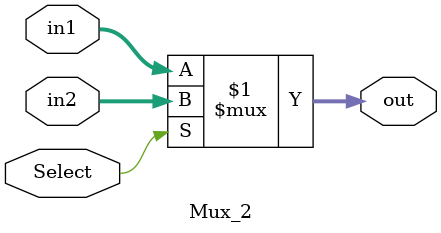
<source format=v>
`timescale 1ns / 1ps


module Mux_2(
    input Select,
    input[31:0] in1,
    input[31:0] in2,
    output[31:0] out
    );
    assign out = Select ? in2 : in1;
endmodule

</source>
